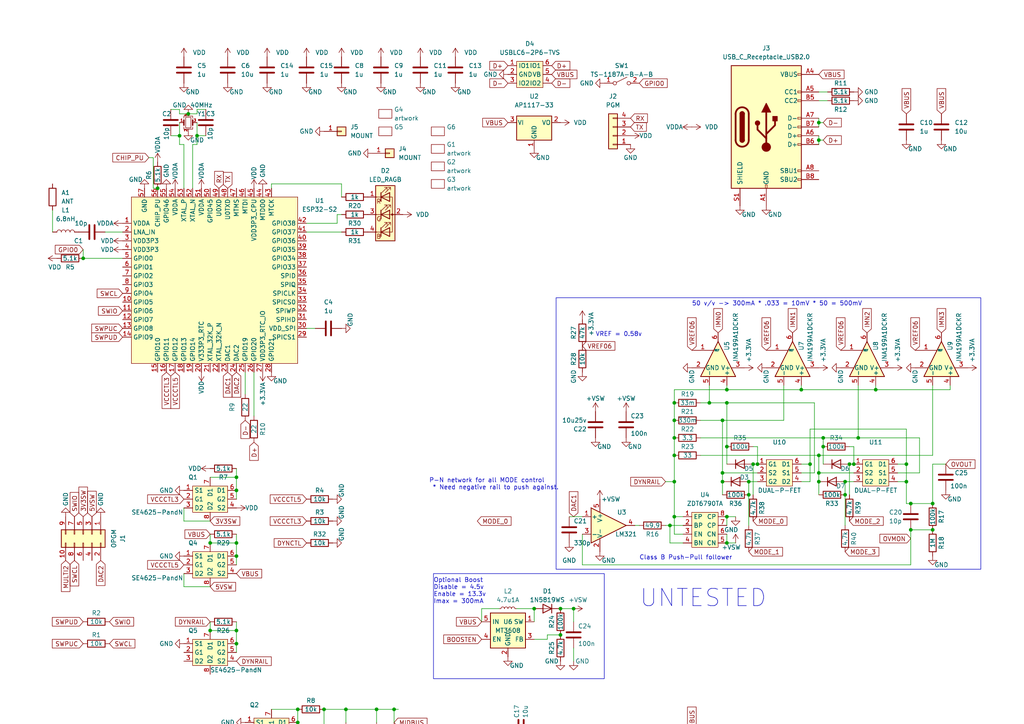
<source format=kicad_sch>
(kicad_sch (version 20230121) (generator eeschema)
  (paper "A4")
  (junction (at 219.71 134.62))
  (junction (at 100.33 205.74))
  (junction (at 45.72 54.61))
  (junction (at 210.82 113.03))
  (junction (at 210.82 157.48))
  (junction (at 248.92 127))
  (junction (at 237.49 35.56))
  (junction (at 245.11 143.51))
  (junction (at 246.38 134.62))
  (junction (at 162.56 184.15))
  (junction (at 68.58 182.88))
  (junction (at 154.94 176.53))
  (junction (at 264.16 153.67))
  (junction (at 68.58 186.69))
  (junction (at 270.51 153.67))
  (junction (at 156.21 219.71))
  (junction (at 195.58 139.7))
  (junction (at 60.96 157.48))
  (junction (at 245.11 139.7))
  (junction (at 86.36 209.55))
  (junction (at 238.76 129.54))
  (junction (at 24.13 74.93))
  (junction (at 237.49 137.16))
  (junction (at 270.51 146.05))
  (junction (at 210.82 116.84))
  (junction (at 52.07 39.37))
  (junction (at 146.05 219.71))
  (junction (at 237.49 132.08))
  (junction (at 237.49 40.64))
  (junction (at 264.16 146.05))
  (junction (at 60.96 182.88))
  (junction (at 218.44 134.62))
  (junction (at 114.3 205.74))
  (junction (at 217.17 139.7))
  (junction (at 237.49 139.7))
  (junction (at 262.89 134.62))
  (junction (at 195.58 121.92))
  (junction (at 86.36 205.74))
  (junction (at 68.58 161.29))
  (junction (at 217.17 143.51))
  (junction (at 209.55 139.7))
  (junction (at 166.37 176.53))
  (junction (at 195.58 132.08))
  (junction (at 93.98 205.74))
  (junction (at 195.58 127))
  (junction (at 195.58 149.86))
  (junction (at 210.82 129.54))
  (junction (at 238.76 127))
  (junction (at 194.31 152.4))
  (junction (at 109.22 205.74))
  (junction (at 205.74 116.84))
  (junction (at 209.55 121.92))
  (junction (at 232.41 113.03))
  (junction (at 54.61 33.02))
  (junction (at 68.58 157.48))
  (junction (at 254 113.03))
  (junction (at 234.95 134.62))
  (junction (at 162.56 176.53))
  (junction (at 210.82 149.86))
  (junction (at 247.65 134.62))
  (junction (at 195.58 116.84))
  (junction (at 262.89 139.7))
  (junction (at 68.58 138.43))
  (junction (at 57.15 39.37))
  (junction (at 68.58 142.24))
  (junction (at 209.55 137.16))
  (wire (pts (xy 57.15 41.91) (xy 57.15 39.37)))
  (wire (pts (xy 209.55 137.16) (xy 209.55 139.7)))
  (wire (pts (xy 227.33 121.92) (xy 227.33 111.76)))
  (wire (pts (xy 144.78 176.53) (xy 139.7 176.53)))
  (wire (pts (xy 193.04 152.4) (xy 194.31 152.4)))
  (wire (pts (xy 195.58 139.7) (xy 195.58 149.86)))
  (wire (pts (xy 237.49 137.16) (xy 247.65 137.16)))
  (wire (pts (xy 73.66 107.95) (xy 73.66 120.65)))
  (wire (pts (xy 78.74 205.74) (xy 86.36 205.74)))
  (wire (pts (xy 60.96 138.43) (xy 68.58 138.43)))
  (wire (pts (xy 55.88 41.91) (xy 57.15 41.91)))
  (wire (pts (xy 195.58 116.84) (xy 195.58 121.92)))
  (wire (pts (xy 205.74 116.84) (xy 205.74 111.76)))
  (wire (pts (xy 71.12 220.98) (xy 71.12 214.63)))
  (wire (pts (xy 210.82 154.94) (xy 210.82 157.48)))
  (wire (pts (xy 165.1 149.86) (xy 168.91 149.86)))
  (wire (pts (xy 264.16 146.05) (xy 262.89 146.05)))
  (wire (pts (xy 86.36 205.74) (xy 86.36 209.55)))
  (wire (pts (xy 146.05 210.82) (xy 146.05 219.71)))
  (wire (pts (xy 245.11 139.7) (xy 245.11 143.51)))
  (wire (pts (xy 237.49 137.16) (xy 237.49 132.08)))
  (wire (pts (xy 237.49 35.56) (xy 238.76 35.56)))
  (wire (pts (xy 210.82 116.84) (xy 236.22 116.84)))
  (wire (pts (xy 88.9 95.25) (xy 91.44 95.25)))
  (wire (pts (xy 210.82 116.84) (xy 210.82 129.54)))
  (wire (pts (xy 234.95 139.7) (xy 234.95 134.62)))
  (wire (pts (xy 52.07 31.75) (xy 49.53 31.75)))
  (wire (pts (xy 166.37 176.53) (xy 166.37 180.34)))
  (wire (pts (xy 57.15 31.75) (xy 59.69 31.75)))
  (wire (pts (xy 234.95 134.62) (xy 232.41 134.62)))
  (wire (pts (xy 154.94 185.42) (xy 158.75 185.42)))
  (wire (pts (xy 195.58 154.94) (xy 195.58 149.86)))
  (wire (pts (xy 71.12 212.09) (xy 66.04 212.09)))
  (wire (pts (xy 68.58 161.29) (xy 68.58 163.83)))
  (wire (pts (xy 264.16 153.67) (xy 270.51 153.67)))
  (wire (pts (xy 254 113.03) (xy 254 111.76)))
  (wire (pts (xy 158.75 184.15) (xy 158.75 185.42)))
  (wire (pts (xy 194.31 152.4) (xy 198.12 152.4)))
  (wire (pts (xy 210.82 157.48) (xy 213.36 157.48)))
  (wire (pts (xy 195.58 127) (xy 195.58 132.08)))
  (wire (pts (xy 254 113.03) (xy 275.59 113.03)))
  (wire (pts (xy 71.12 107.95) (xy 71.12 114.3)))
  (wire (pts (xy 146.05 224.79) (xy 146.05 219.71)))
  (wire (pts (xy 237.49 34.29) (xy 237.49 35.56)))
  (wire (pts (xy 198.12 157.48) (xy 194.31 157.48)))
  (wire (pts (xy 203.2 116.84) (xy 205.74 116.84)))
  (wire (pts (xy 30.48 67.31) (xy 35.56 67.31)))
  (wire (pts (xy 217.17 139.7) (xy 219.71 139.7)))
  (wire (pts (xy 219.71 129.54) (xy 219.71 134.62)))
  (wire (pts (xy 195.58 116.84) (xy 195.58 113.03)))
  (wire (pts (xy 238.76 129.54) (xy 238.76 134.62)))
  (wire (pts (xy 238.76 127) (xy 238.76 129.54)))
  (wire (pts (xy 237.49 40.64) (xy 237.49 41.91)))
  (wire (pts (xy 68.58 135.89) (xy 68.58 138.43)))
  (wire (pts (xy 237.49 35.56) (xy 237.49 36.83)))
  (wire (pts (xy 237.49 132.08) (xy 270.51 132.08)))
  (wire (pts (xy 93.98 214.63) (xy 93.98 205.74)))
  (wire (pts (xy 100.33 205.74) (xy 109.22 205.74)))
  (wire (pts (xy 114.3 205.74) (xy 115.57 205.74)))
  (wire (pts (xy 156.21 220.98) (xy 156.21 219.71)))
  (wire (pts (xy 43.18 45.72) (xy 44.45 45.72)))
  (wire (pts (xy 114.3 217.17) (xy 114.3 218.44)))
  (wire (pts (xy 146.05 229.87) (xy 146.05 232.41)))
  (wire (pts (xy 237.49 40.64) (xy 238.76 40.64)))
  (wire (pts (xy 52.07 39.37) (xy 52.07 35.56)))
  (wire (pts (xy 154.94 219.71) (xy 156.21 219.71)))
  (wire (pts (xy 149.86 176.53) (xy 154.94 176.53)))
  (wire (pts (xy 97.79 62.23) (xy 97.79 64.77)))
  (wire (pts (xy 193.04 139.7) (xy 195.58 139.7)))
  (wire (pts (xy 99.06 67.31) (xy 88.9 67.31)))
  (wire (pts (xy 203.2 132.08) (xy 237.49 132.08)))
  (wire (pts (xy 60.96 170.18) (xy 53.34 170.18)))
  (wire (pts (xy 99.06 53.34) (xy 78.74 53.34)))
  (wire (pts (xy 262.89 124.46) (xy 262.89 134.62)))
  (wire (pts (xy 168.91 163.83) (xy 264.16 163.83)))
  (wire (pts (xy 232.41 113.03) (xy 232.41 111.76)))
  (wire (pts (xy 68.58 154.94) (xy 68.58 157.48)))
  (wire (pts (xy 247.65 129.54) (xy 246.38 129.54)))
  (wire (pts (xy 146.05 219.71) (xy 147.32 219.71)))
  (wire (pts (xy 147.32 210.82) (xy 146.05 210.82)))
  (wire (pts (xy 232.41 113.03) (xy 254 113.03)))
  (wire (pts (xy 114.3 205.74) (xy 114.3 209.55)))
  (wire (pts (xy 97.79 64.77) (xy 88.9 64.77)))
  (wire (pts (xy 262.89 139.7) (xy 262.89 146.05)))
  (wire (pts (xy 210.82 149.86) (xy 213.36 149.86)))
  (wire (pts (xy 52.07 41.91) (xy 52.07 39.37)))
  (wire (pts (xy 68.58 180.34) (xy 68.58 182.88)))
  (wire (pts (xy 237.49 26.67) (xy 240.03 26.67)))
  (wire (pts (xy 234.95 134.62) (xy 234.95 124.46)))
  (wire (pts (xy 194.31 152.4) (xy 194.31 157.48)))
  (wire (pts (xy 78.74 220.98) (xy 71.12 220.98)))
  (wire (pts (xy 237.49 39.37) (xy 237.49 40.64)))
  (wire (pts (xy 238.76 127) (xy 248.92 127)))
  (wire (pts (xy 248.92 127) (xy 248.92 111.76)))
  (wire (pts (xy 44.45 54.61) (xy 45.72 54.61)))
  (wire (pts (xy 60.96 154.94) (xy 60.96 157.48)))
  (wire (pts (xy 68.58 138.43) (xy 68.58 142.24)))
  (wire (pts (xy 264.16 146.05) (xy 270.51 146.05)))
  (wire (pts (xy 44.45 45.72) (xy 44.45 54.61)))
  (wire (pts (xy 49.53 39.37) (xy 52.07 39.37)))
  (wire (pts (xy 109.22 205.74) (xy 114.3 205.74)))
  (wire (pts (xy 57.15 39.37) (xy 57.15 35.56)))
  (wire (pts (xy 205.74 116.84) (xy 210.82 116.84)))
  (wire (pts (xy 260.35 137.16) (xy 266.7 137.16)))
  (wire (pts (xy 60.96 180.34) (xy 60.96 182.88)))
  (wire (pts (xy 270.51 146.05) (xy 270.51 134.62)))
  (wire (pts (xy 264.16 153.67) (xy 264.16 163.83)))
  (wire (pts (xy 168.91 163.83) (xy 168.91 154.94)))
  (wire (pts (xy 219.71 137.16) (xy 209.55 137.16)))
  (wire (pts (xy 93.98 205.74) (xy 100.33 205.74)))
  (wire (pts (xy 24.13 74.93) (xy 35.56 74.93)))
  (wire (pts (xy 210.82 149.86) (xy 210.82 152.4)))
  (wire (pts (xy 68.58 157.48) (xy 68.58 161.29)))
  (wire (pts (xy 55.88 54.61) (xy 55.88 41.91)))
  (wire (pts (xy 236.22 137.16) (xy 232.41 137.16)))
  (wire (pts (xy 86.36 209.55) (xy 86.36 212.09)))
  (wire (pts (xy 217.17 139.7) (xy 217.17 143.51)))
  (wire (pts (xy 60.96 151.13) (xy 53.34 151.13)))
  (wire (pts (xy 57.15 33.02) (xy 57.15 31.75)))
  (wire (pts (xy 154.94 176.53) (xy 154.94 180.34)))
  (wire (pts (xy 100.33 217.17) (xy 100.33 218.44)))
  (wire (pts (xy 209.55 139.7) (xy 209.55 143.51)))
  (wire (pts (xy 209.55 137.16) (xy 209.55 121.92)))
  (wire (pts (xy 54.61 33.02) (xy 57.15 33.02)))
  (wire (pts (xy 60.96 182.88) (xy 68.58 182.88)))
  (wire (pts (xy 139.7 176.53) (xy 139.7 180.34)))
  (wire (pts (xy 109.22 205.74) (xy 109.22 209.55)))
  (wire (pts (xy 57.15 39.37) (xy 59.69 39.37)))
  (wire (pts (xy 210.82 113.03) (xy 232.41 113.03)))
  (wire (pts (xy 156.21 210.82) (xy 156.21 219.71)))
  (wire (pts (xy 270.51 132.08) (xy 270.51 111.76)))
  (wire (pts (xy 195.58 113.03) (xy 210.82 113.03)))
  (wire (pts (xy 266.7 127) (xy 248.92 127)))
  (wire (pts (xy 234.95 124.46) (xy 262.89 124.46)))
  (wire (pts (xy 246.38 134.62) (xy 247.65 134.62)))
  (wire (pts (xy 217.17 152.4) (xy 217.17 143.51)))
  (wire (pts (xy 53.34 41.91) (xy 52.07 41.91)))
  (wire (pts (xy 218.44 129.54) (xy 219.71 129.54)))
  (wire (pts (xy 237.49 29.21) (xy 240.03 29.21)))
  (wire (pts (xy 68.58 182.88) (xy 68.58 186.69)))
  (wire (pts (xy 236.22 116.84) (xy 236.22 137.16)))
  (wire (pts (xy 52.07 33.02) (xy 52.07 31.75)))
  (wire (pts (xy 109.22 217.17) (xy 109.22 218.44)))
  (wire (pts (xy 68.58 186.69) (xy 68.58 189.23)))
  (wire (pts (xy 210.82 113.03) (xy 210.82 111.76)))
  (wire (pts (xy 198.12 154.94) (xy 195.58 154.94)))
  (wire (pts (xy 275.59 113.03) (xy 275.59 111.76)))
  (wire (pts (xy 154.94 210.82) (xy 156.21 210.82)))
  (wire (pts (xy 209.55 121.92) (xy 227.33 121.92)))
  (wire (pts (xy 78.74 220.98) (xy 78.74 218.44)))
  (wire (pts (xy 218.44 134.62) (xy 218.44 143.51)))
  (wire (pts (xy 53.34 170.18) (xy 53.34 166.37)))
  (wire (pts (xy 210.82 129.54) (xy 210.82 134.62)))
  (wire (pts (xy 260.35 139.7) (xy 262.89 139.7)))
  (wire (pts (xy 163.83 219.71) (xy 162.56 219.71)))
  (wire (pts (xy 203.2 121.92) (xy 209.55 121.92)))
  (wire (pts (xy 237.49 137.16) (xy 237.49 139.7)))
  (wire (pts (xy 156.21 232.41) (xy 156.21 231.14)))
  (wire (pts (xy 166.37 187.96) (xy 166.37 191.77)))
  (wire (pts (xy 270.51 134.62) (xy 274.32 134.62)))
  (wire (pts (xy 246.38 134.62) (xy 246.38 143.51)))
  (wire (pts (xy 53.34 54.61) (xy 53.34 41.91)))
  (wire (pts (xy 162.56 184.15) (xy 158.75 184.15)))
  (wire (pts (xy 54.61 33.02) (xy 52.07 33.02)))
  (wire (pts (xy 162.56 176.53) (xy 166.37 176.53)))
  (wire (pts (xy 68.58 142.24) (xy 68.58 144.78)))
  (wire (pts (xy 195.58 121.92) (xy 195.58 127)))
  (wire (pts (xy 195.58 132.08) (xy 195.58 139.7)))
  (wire (pts (xy 144.78 219.71) (xy 146.05 219.71)))
  (wire (pts (xy 203.2 127) (xy 238.76 127)))
  (wire (pts (xy 24.13 72.39) (xy 24.13 74.93)))
  (wire (pts (xy 218.44 134.62) (xy 219.71 134.62)))
  (wire (pts (xy 99.06 57.15) (xy 99.06 53.34)))
  (wire (pts (xy 15.24 60.96) (xy 15.24 67.31)))
  (wire (pts (xy 237.49 139.7) (xy 237.49 143.51)))
  (wire (pts (xy 185.42 152.4) (xy 184.15 152.4)))
  (wire (pts (xy 60.96 157.48) (xy 68.58 157.48)))
  (wire (pts (xy 262.89 139.7) (xy 262.89 134.62)))
  (wire (pts (xy 156.21 219.71) (xy 157.48 219.71)))
  (wire (pts (xy 262.89 134.62) (xy 260.35 134.62)))
  (wire (pts (xy 195.58 149.86) (xy 198.12 149.86)))
  (wire (pts (xy 232.41 139.7) (xy 234.95 139.7)))
  (wire (pts (xy 97.79 62.23) (xy 99.06 62.23)))
  (wire (pts (xy 245.11 139.7) (xy 247.65 139.7)))
  (wire (pts (xy 245.11 143.51) (xy 245.11 152.4)))
  (wire (pts (xy 78.74 53.34) (xy 78.74 54.61)))
  (wire (pts (xy 247.65 129.54) (xy 247.65 134.62)))
  (wire (pts (xy 100.33 205.74) (xy 100.33 209.55)))
  (wire (pts (xy 266.7 137.16) (xy 266.7 127)))
  (wire (pts (xy 53.34 151.13) (xy 53.34 147.32)))
  (rectangle (start 161.29 86.36) (end 284.48 165.1))
  (rectangle (start 125.73 166.37) (end 175.26 196.85))
  (text "Class B Push-Pull follower" (at 185.42 162.56 0) (effects (font (size 1.27 1.27)) (justify left bottom)))
  (text "UNTESTED" (at 185.42 176.53 0) (effects (font (size 5 5)) (justify left bottom)))
  (text "VREF = 0.58v" (at 172.72 97.79 0) (effects (font (size 1.27 1.27)) (justify left bottom)))
  (text "50 v/v -> 300mA * .033 = 10mV * 50 = 500mV" (at 200.66 88.9 0) (effects (font (size 1.27 1.27)) (justify left bottom)))
  (text "P-N network for all MODE control\n * Need negative rail to push against." (at 124.46 142.24 0) (effects (font (size 1.27 1.27)) (justify left bottom)))
  (text "Optional Boost\nDisable = 4.5v\nEnable = 13.3v\nImax = 300mA" (at 125.73 175.26 0) (effects (font (size 1.27 1.27)) (justify left bottom)))
  (global_label "DAC2" (shape input) (at 29.21 162.56 270) (property "Intersheetrefs" "${INTERSHEET_REFS}" (effects hide)))
  (global_label "IMN0" (shape input) (at 208.28 96.52 90) (property "Intersheetrefs" "${INTERSHEET_REFS}" (effects hide)))
  (global_label "D-" (shape input) (at 147.32 24.13 180) (property "Intersheetrefs" "${INTERSHEET_REFS}" (effects hide)))
  (global_label "3V3SW" (shape input) (at 60.96 151.13 0) (property "Intersheetrefs" "${INTERSHEET_REFS}" (effects hide)))
  (global_label "VCCCTL3" (shape input) (at 53.34 144.78 180) (property "Intersheetrefs" "${INTERSHEET_REFS}" (effects hide)))
  (global_label "SWIO" (shape input) (at 35.56 90.17 180) (property "Intersheetrefs" "${INTERSHEET_REFS}" (effects hide)))
  (global_label "VSW" (shape input) (at 163.83 226.06 0) (property "Intersheetrefs" "${INTERSHEET_REFS}" (effects hide)))
  (global_label "VSW" (shape input) (at 190.5 222.25 0) (property "Intersheetrefs" "${INTERSHEET_REFS}" (effects hide)))
  (global_label "MIDBUS" (shape input) (at 200.66 214.63 90) (property "Intersheetrefs" "${INTERSHEET_REFS}" (effects hide)))
  (global_label "VBUS" (shape input) (at 237.49 21.59 0) (property "Intersheetrefs" "${INTERSHEET_REFS}" (effects hide)))
  (global_label "IMN2" (shape input) (at 251.46 96.52 90) (property "Intersheetrefs" "${INTERSHEET_REFS}" (effects hide)))
  (global_label "D-" (shape input) (at 238.76 35.56 0) (property "Intersheetrefs" "${INTERSHEET_REFS}" (effects hide)))
  (global_label "SWCL" (shape input) (at 31.75 186.69 0) (property "Intersheetrefs" "${INTERSHEET_REFS}" (effects hide)))
  (global_label "MODE_1" (shape input) (at 217.17 160.02 0) (property "Intersheetrefs" "${INTERSHEET_REFS}" (effects hide)))
  (global_label "MODE_3" (shape input) (at 245.11 160.02 0) (property "Intersheetrefs" "${INTERSHEET_REFS}" (effects hide)))
  (global_label "VBUS" (shape input) (at 160.02 21.59 0) (property "Intersheetrefs" "${INTERSHEET_REFS}" (effects hide)))
  (global_label "SWIO" (shape input) (at 21.59 149.86 90) (property "Intersheetrefs" "${INTERSHEET_REFS}" (effects hide)))
  (global_label "VCCCTL5" (shape input) (at 50.8 107.95 270) (property "Intersheetrefs" "${INTERSHEET_REFS}" (effects hide)))
  (global_label "DAC1" (shape input) (at 166.37 149.86 90) (property "Intersheetrefs" "${INTERSHEET_REFS}" (effects hide)))
  (global_label "DYNVSW" (shape input) (at 78.74 220.98 0) (property "Intersheetrefs" "${INTERSHEET_REFS}" (effects hide)))
  (global_label "DYNCTL" (shape input) (at 66.04 212.09 180) (property "Intersheetrefs" "${INTERSHEET_REFS}" (effects hide)))
  (global_label "D-" (shape input) (at 160.02 24.13 0) (property "Intersheetrefs" "${INTERSHEET_REFS}" (effects hide)))
  (global_label "VBUS" (shape input) (at 60.96 154.94 180) (property "Intersheetrefs" "${INTERSHEET_REFS}" (effects hide)))
  (global_label "VBUS" (shape input) (at 262.89 33.02 90) (property "Intersheetrefs" "${INTERSHEET_REFS}" (effects hide)))
  (global_label "MULTI2" (shape input) (at 49.53 227.33 180) (property "Intersheetrefs" "${INTERSHEET_REFS}" (effects hide)))
  (global_label "RX" (shape input) (at 182.88 34.29 0) (property "Intersheetrefs" "${INTERSHEET_REFS}" (effects hide)))
  (global_label "VCCCTL3" (shape input) (at 88.9 151.13 180) (property "Intersheetrefs" "${INTERSHEET_REFS}" (effects hide)))
  (global_label "MULTI2" (shape input) (at 19.05 162.56 270) (property "Intersheetrefs" "${INTERSHEET_REFS}" (effects hide)))
  (global_label "SWCL" (shape input) (at 35.56 85.09 180) (property "Intersheetrefs" "${INTERSHEET_REFS}" (effects hide)))
  (global_label "VCCCTL5" (shape input) (at 88.9 144.78 180) (property "Intersheetrefs" "${INTERSHEET_REFS}" (effects hide)))
  (global_label "SWPUD" (shape input) (at 35.56 97.79 180) (property "Intersheetrefs" "${INTERSHEET_REFS}" (effects hide)))
  (global_label "MIDBUS" (shape input) (at 114.3 209.55 0) (property "Intersheetrefs" "${INTERSHEET_REFS}" (effects hide)))
  (global_label "SWCL" (shape input) (at 21.59 162.56 270) (property "Intersheetrefs" "${INTERSHEET_REFS}" (effects hide)))
  (global_label "VBUS" (shape input) (at 273.05 33.02 90) (property "Intersheetrefs" "${INTERSHEET_REFS}" (effects hide)))
  (global_label "SWIO" (shape input) (at 31.75 180.34 0) (property "Intersheetrefs" "${INTERSHEET_REFS}" (effects hide)))
  (global_label "D+" (shape input) (at 160.02 19.05 0) (property "Intersheetrefs" "${INTERSHEET_REFS}" (effects hide)))
  (global_label "SWPUC" (shape input) (at 35.56 95.25 180) (property "Intersheetrefs" "${INTERSHEET_REFS}" (effects hide)))
  (global_label "SWPUD" (shape input) (at 24.13 180.34 180) (property "Intersheetrefs" "${INTERSHEET_REFS}" (effects hide)))
  (global_label "BOOSTEN" (shape input) (at 139.7 185.42 180) (property "Intersheetrefs" "${INTERSHEET_REFS}" (effects hide)))
  (global_label "RX" (shape input) (at 63.5 54.61 90) (property "Intersheetrefs" "${INTERSHEET_REFS}" (effects hide)))
  (global_label "IMN1" (shape input) (at 229.87 96.52 90) (property "Intersheetrefs" "${INTERSHEET_REFS}" (effects hide)))
  (global_label "SWPUC" (shape input) (at 24.13 186.69 180) (property "Intersheetrefs" "${INTERSHEET_REFS}" (effects hide)))
  (global_label "VBUS" (shape input) (at 68.58 166.37 0) (property "Intersheetrefs" "${INTERSHEET_REFS}" (effects hide)))
  (global_label "D-" (shape input) (at 71.12 121.92 270) (property "Intersheetrefs" "${INTERSHEET_REFS}" (effects hide)))
  (global_label "MODE_0" (shape input) (at 138.43 151.13 0) (property "Intersheetrefs" "${INTERSHEET_REFS}" (effects hide)))
  (global_label "VCCCTL3" (shape input) (at 48.26 107.95 270) (property "Intersheetrefs" "${INTERSHEET_REFS}" (effects hide)))
  (global_label "5VSW" (shape input) (at 26.67 149.86 90) (property "Intersheetrefs" "${INTERSHEET_REFS}" (effects hide)))
  (global_label "VCCCTL5" (shape input) (at 53.34 163.83 180) (property "Intersheetrefs" "${INTERSHEET_REFS}" (effects hide)))
  (global_label "DAC1" (shape input) (at 66.04 107.95 270) (property "Intersheetrefs" "${INTERSHEET_REFS}" (effects hide)))
  (global_label "OVMON" (shape input) (at 264.16 156.21 180) (property "Intersheetrefs" "${INTERSHEET_REFS}" (effects hide)))
  (global_label "TX" (shape input) (at 66.04 54.61 90) (property "Intersheetrefs" "${INTERSHEET_REFS}" (effects hide)))
  (global_label "VREF06" (shape input) (at 265.43 101.6 90) (property "Intersheetrefs" "${INTERSHEET_REFS}" (effects hide)))
  (global_label "VBUS" (shape input) (at 147.32 35.56 180) (property "Intersheetrefs" "${INTERSHEET_REFS}" (effects hide)))
  (global_label "DYNRAIL" (shape input) (at 68.58 191.77 0) (property "Intersheetrefs" "${INTERSHEET_REFS}" (effects hide)))
  (global_label "GPIO0" (shape input) (at 185.42 24.13 0) (property "Intersheetrefs" "${INTERSHEET_REFS}" (effects hide)))
  (global_label "TX" (shape input) (at 182.88 36.83 0) (property "Intersheetrefs" "${INTERSHEET_REFS}" (effects hide)))
  (global_label "IMN3" (shape input) (at 273.05 96.52 90) (property "Intersheetrefs" "${INTERSHEET_REFS}" (effects hide)))
  (global_label "DYNRAIL" (shape input) (at 193.04 139.7 180) (property "Intersheetrefs" "${INTERSHEET_REFS}" (effects hide)))
  (global_label "GPIO0" (shape input) (at 24.13 72.39 180) (property "Intersheetrefs" "${INTERSHEET_REFS}" (effects hide)))
  (global_label "DYNRAIL" (shape input) (at 60.96 180.34 180) (property "Intersheetrefs" "${INTERSHEET_REFS}" (effects hide)))
  (global_label "D+" (shape input) (at 147.32 19.05 180) (property "Intersheetrefs" "${INTERSHEET_REFS}" (effects hide)))
  (global_label "5VSW" (shape input) (at 60.96 170.18 0) (property "Intersheetrefs" "${INTERSHEET_REFS}" (effects hide)))
  (global_label "VREF06" (shape input) (at 243.84 101.6 90) (property "Intersheetrefs" "${INTERSHEET_REFS}" (effects hide)))
  (global_label "DYNCTL" (shape input) (at 88.9 157.48 180) (property "Intersheetrefs" "${INTERSHEET_REFS}" (effects hide)))
  (global_label "VREF06" (shape input) (at 168.91 100.33 0) (property "Intersheetrefs" "${INTERSHEET_REFS}" (effects hide)))
  (global_label "VBUS" (shape input) (at 163.83 219.71 0) (property "Intersheetrefs" "${INTERSHEET_REFS}" (effects hide)))
  (global_label "VREF06" (shape input) (at 200.66 101.6 90) (property "Intersheetrefs" "${INTERSHEET_REFS}" (effects hide)))
  (global_label "3V3SW" (shape input) (at 24.13 149.86 90) (property "Intersheetrefs" "${INTERSHEET_REFS}" (effects hide)))
  (global_label "MODE_0" (shape input) (at 218.44 151.13 0) (property "Intersheetrefs" "${INTERSHEET_REFS}" (effects hide)))
  (global_label "D+" (shape input) (at 238.76 40.64 0) (property "Intersheetrefs" "${INTERSHEET_REFS}" (effects hide)))
  (global_label "VREF06" (shape input) (at 222.25 101.6 90) (property "Intersheetrefs" "${INTERSHEET_REFS}" (effects hide)))
  (global_label "MIDMON" (shape input) (at 200.66 222.25 0) (property "Intersheetrefs" "${INTERSHEET_REFS}" (effects hide)))
  (global_label "CHIP_PU" (shape input) (at 43.18 45.72 180) (property "Intersheetrefs" "${INTERSHEET_REFS}" (effects hide)))
  (global_label "OVOUT" (shape input) (at 274.32 134.62 0) (property "Intersheetrefs" "${INTERSHEET_REFS}" (effects hide)))
  (global_label "MODE_2" (shape input) (at 246.38 151.13 0) (property "Intersheetrefs" "${INTERSHEET_REFS}" (effects hide)))
  (global_label "D+" (shape input) (at 73.66 128.27 270) (property "Intersheetrefs" "${INTERSHEET_REFS}" (effects hide)))
  (global_label "VBUS" (shape input) (at 139.7 180.34 180) (property "Intersheetrefs" "${INTERSHEET_REFS}" (effects hide)))
  (global_label "DAC2" (shape input) (at 68.58 107.95 270) (property "Intersheetrefs" "${INTERSHEET_REFS}" (effects hide)))
  (symbol (lib_id "power:GND") (at 147.32 190.5 0) (unit 1)
    (property "Reference" "#PWR023" (effects hide))
    (property "Value" "GND" (at 149.86 193.04 0))
  )
  (symbol (lib_id "Device:C") (at 100.33 213.36 180) (unit 1)
    (property "Reference" "C19" (at 97.79 214.63 0) (effects (justify left)))
    (property "Value" "10u" (at 97.79 212.09 0) (effects (justify left)))
    (property "Footprint" "Capacitor_SMD:C_0603_1608Metric" (effects hide))
    (property "LCSC" "C18800" (effects hide))
  )
  (symbol (lib_id "Device:R") (at 199.39 116.84 270) (unit 1)
    (property "Reference" "R19" (at 199.39 114.3 90))
    (property "Value" "33m" (at 199.39 116.84 90))
    (property "Footprint" "Resistor_SMD:R_1206_3216Metric" (effects hide))
    (property "LCSC" "C705566" (effects hide))
  )
  (symbol (lib_id "Device:D") (at 242.57 134.62 0) (unit 1)
    (property "Reference" "D6" (at 245.11 135.89 0))
    (property "Value" "1N5819WS" (effects hide))
    (property "Footprint" "Diode_SMD:D_SOD-323" (effects hide))
    (property "LCSC" "C191023" (effects hide))
  )
  (symbol (lib_id "power:GND") (at 53.34 24.13 0) (unit 1)
    (property "Reference" "#PWR0126" (effects hide))
    (property "Value" "GND" (at 55.88 26.67 0))
  )
  (symbol (lib_id "power:GND") (at 165.1 157.48 0) (unit 1)
    (property "Reference" "#PWR020" (effects hide))
    (property "Value" "GND" (at 165.1 162.56 0))
  )
  (symbol (lib_id "Device:R") (at 242.57 129.54 270) (unit 1)
    (property "Reference" "R34" (at 242.57 127 90))
    (property "Value" "100k" (at 242.57 129.54 90))
    (property "Footprint" "Resistor_SMD:R_0402_1005Metric" (effects hide))
    (property "LCSC" "C25741" (effects hide))
  )
  (symbol (lib_id "Device:D") (at 241.3 139.7 0) (unit 1)
    (property "Reference" "D7" (at 243.84 140.97 0))
    (property "Value" "1N5819WS" (effects hide))
    (property "Footprint" "Diode_SMD:D_SOD-323" (effects hide))
    (property "LCSC" "C191023" (effects hide))
  )
  (symbol (lib_id "artwork:artwork") (at 111.76 38.1 0) (unit 1)
    (property "Reference" "G5" (at 114.3 36.8299 0) (effects (justify left)))
    (property "Value" "artwork" (effects hide))
    (property "Footprint" "artwork:TentacleLargeFlip-Astronautilus" (effects hide))
  )
  (symbol (lib_id "power:VDD") (at 88.9 16.51 0) (unit 1)
    (property "Reference" "#PWR05" (effects hide))
    (property "Value" "VDD" (at 91.44 15.2399 0) (effects (justify left)))
  )
  (symbol (lib_id "Device:L_Small") (at 147.32 176.53 90) (unit 1)
    (property "Reference" "L2" (at 147.32 171.45 90))
    (property "Value" "4.7u1A" (at 147.32 173.99 90))
    (property "Footprint" "Inductor_SMD:L_1008_2520Metric" (effects hide))
    (property "LCSC" "C98340" (effects hide))
  )
  (symbol (lib_id "Device:L") (at 19.05 67.31 90) (unit 1)
    (property "Reference" "L1" (at 19.05 60.96 90))
    (property "Value" "6.8nH" (at 19.05 63.5 90))
    (property "Footprint" "Inductor_SMD:L_0402_1005Metric" (effects hide))
    (property "LCSC" "C77110" (effects hide))
  )
  (symbol (lib_id "power:GND") (at 100.33 218.44 0) (unit 1)
    (property "Reference" "#PWR014" (effects hide))
    (property "Value" "GND" (at 102.87 220.98 0))
  )
  (symbol (lib_id "Device:R") (at 27.94 186.69 270) (unit 1)
    (property "Reference" "R1" (at 27.94 184.15 90))
    (property "Value" "10k" (at 27.94 186.69 90))
    (property "Footprint" "Resistor_SMD:R_0402_1005Metric" (effects hide))
    (property "LCSC" "C25744" (effects hide))
  )
  (symbol (lib_id "power:VDDA") (at 50.8 54.61 0) (unit 1)
    (property "Reference" "#PWR0114" (effects hide))
    (property "Value" "VDDA" (at 50.8 52.07 90) (effects (justify left)))
  )
  (symbol (lib_id "power:VDD") (at 58.42 107.95 180) (unit 1)
    (property "Reference" "#PWR036" (effects hide))
    (property "Value" "VDD" (at 58.42 114.3 90) (effects (justify right)))
  )
  (symbol (lib_id "power:+VSW") (at 173.99 144.78 0) (unit 1)
    (property "Reference" "#PWR017" (effects hide))
    (property "Value" "+VSW" (at 177.165 144.78 0))
  )
  (symbol (lib_id "power:GND") (at 156.21 232.41 0) (mirror y) (unit 1)
    (property "Reference" "#PWR08" (effects hide))
    (property "Value" "GND" (at 158.75 234.95 0))
  )
  (symbol (lib_id "Device:C") (at 109.22 213.36 180) (unit 1)
    (property "Reference" "C18" (at 106.68 214.63 0) (effects (justify left)))
    (property "Value" "10u" (at 106.68 212.09 0) (effects (justify left)))
    (property "Footprint" "Capacitor_SMD:C_0603_1608Metric" (effects hide))
    (property "LCSC" "C18800" (effects hide))
  )
  (symbol (lib_id "power:GND") (at 53.34 161.29 270) (unit 1)
    (property "Reference" "#PWR029" (effects hide))
    (property "Value" "GND" (at 48.26 161.29 90))
  )
  (symbol (lib_id "power:GND") (at 214.63 59.69 0) (unit 1)
    (property "Reference" "#PWR0120" (effects hide))
    (property "Value" "GND" (at 217.17 62.23 0))
  )
  (symbol (lib_id "power:+3.3VA") (at 280.67 106.68 270) (unit 1)
    (property "Reference" "#PWR042" (effects hide))
    (property "Value" "+3.3VA" (at 281.94 101.6 0))
  )
  (symbol (lib_id "Regulator_Linear:AP1117-33") (at 154.94 35.56 0) (unit 1)
    (property "Reference" "U2" (at 154.94 27.94 0))
    (property "Value" "AP1117-33" (at 154.94 30.48 0))
    (property "Footprint" "Package_TO_SOT_SMD:SOT-223-3_TabPin2" (effects hide))
    (property "Datasheet" "http://www.diodes.com/datasheets/AP1117.pdf" (effects hide))
    (property "LCSC" "C6186" (effects hide))
  )
  (symbol (lib_id "power:GND") (at 53.34 186.69 270) (unit 1)
    (property "Reference" "#PWR043" (effects hide))
    (property "Value" "GND" (at 48.26 186.69 90))
  )
  (symbol (lib_id "Switch:SW_SPST") (at 180.34 24.13 0) (unit 1)
    (property "Reference" "SW1" (at 180.34 19.05 0))
    (property "Value" "TS-1187A-B-A-B" (at 180.34 21.59 0))
    (property "Footprint" "Button_Switch_SMD:SW_SPST_TL3342" (effects hide))
    (property "LCSC" "C318884" (effects hide))
  )
  (symbol (lib_id "Device:C") (at 66.04 20.32 0) (unit 1)
    (property "Reference" "C6" (at 69.85 19.0499 0) (effects (justify left)))
    (property "Value" "10u" (at 69.85 21.5899 0) (effects (justify left)))
    (property "Footprint" "Capacitor_SMD:C_0603_1608Metric" (effects hide))
    (property "LCSC" "C18800" (effects hide))
  )
  (symbol (lib_id "Device:R") (at 15.24 57.15 180) (unit 1)
    (property "Reference" "A1" (at 17.78 55.88 0) (effects (justify right)))
    (property "Value" "ANT" (at 17.78 58.42 0) (effects (justify right)))
    (property "Footprint" "Resistor_SMD:R_1206_3216Metric" (effects hide))
    (property "LCSC" "C127629" (effects hide))
  )
  (symbol (lib_id "Device:R") (at 90.17 205.74 270) (unit 1)
    (property "Reference" "R8" (at 90.17 203.2 90))
    (property "Value" "10k" (at 90.17 205.74 90))
    (property "Footprint" "Resistor_SMD:R_0402_1005Metric" (effects hide))
    (property "LCSC" "C144807" (effects hide))
  )
  (symbol (lib_id "Device:R") (at 64.77 154.94 90) (unit 1)
    (property "Reference" "R29" (at 64.77 157.48 90))
    (property "Value" "5.1k" (at 64.77 154.94 90))
    (property "Footprint" "Resistor_SMD:R_0402_1005Metric" (effects hide))
    (property "LCSC" "C25905" (effects hide))
  )
  (symbol (lib_id "Device:R") (at 200.66 218.44 180) (unit 1)
    (property "Reference" "R13" (at 203.2 218.44 90))
    (property "Value" "100k" (at 200.66 218.44 90))
    (property "Footprint" "Resistor_SMD:R_0402_1005Metric" (effects hide))
    (property "LCSC" "C25741" (effects hide))
  )
  (symbol (lib_id "Device:R") (at 199.39 127 270) (unit 1)
    (property "Reference" "R22" (at 199.39 124.46 90))
    (property "Value" "3.3" (at 199.39 127 90))
    (property "Footprint" "Resistor_SMD:R_1206_3216Metric" (effects hide))
    (property "LCSC" "C140028" (effects hide))
  )
  (symbol (lib_id "Device:L_Small") (at 146.05 227.33 180) (unit 1)
    (property "Reference" "L3" (at 147.32 226.06 0) (effects (justify right)))
    (property "Value" "4.7u1A" (at 147.32 228.6 0) (effects (justify right)))
    (property "Footprint" "Inductor_SMD:L_1008_2520Metric" (effects hide))
    (property "LCSC" "C98340" (effects hide))
  )
  (symbol (lib_id "artwork:artwork") (at 111.76 33.02 0) (unit 1)
    (property "Reference" "G4" (at 114.3 31.7499 0) (effects (justify left)))
    (property "Value" "artwork" (at 114.3 34.2899 0) (effects (justify left)))
    (property "Footprint" "artwork:Tentacle4-Astronautilus" (effects hide))
  )
  (symbol (lib_id "power:GND") (at 154.94 43.18 0) (unit 1)
    (property "Reference" "#PWR0129" (effects hide))
    (property "Value" "GND" (at 157.48 45.72 0))
  )
  (symbol (lib_id "Regulator_Switching:MT3608") (at 147.32 182.88 0) (unit 1)
    (property "Reference" "U6" (at 147.32 180.34 0))
    (property "Value" "MT3608" (at 147.32 182.88 0))
    (property "Footprint" "Package_TO_SOT_SMD:SOT-23-6" (effects hide))
    (property "Datasheet" "https://www.olimex.com/Products/Breadboarding/BB-PWR-3608/resources/MT3608.pdf" (effects hide))
  )
  (symbol (lib_id "power:VDD") (at 121.92 16.51 0) (unit 1)
    (property "Reference" "#PWR0157" (effects hide))
    (property "Value" "VDD" (at 124.46 15.2399 0) (effects (justify left)))
  )
  (symbol (lib_id "Device:R") (at 218.44 147.32 180) (unit 1)
    (property "Reference" "R38" (at 220.98 147.32 90))
    (property "Value" "4.7k" (at 218.44 147.32 90))
    (property "Footprint" "Resistor_SMD:R_0402_1005Metric" (effects hide))
    (property "LCSC" "C25900" (effects hide))
  )
  (symbol (lib_id "Device:R") (at 246.38 147.32 180) (unit 1)
    (property "Reference" "R39" (at 248.92 147.32 90))
    (property "Value" "4.7k" (at 246.38 147.32 90))
    (property "Footprint" "Resistor_SMD:R_0402_1005Metric" (effects hide))
    (property "LCSC" "C25900" (effects hide))
  )
  (symbol (lib_id "power:VDD") (at 99.06 16.51 0) (unit 1)
    (property "Reference" "#PWR0150" (effects hide))
    (property "Value" "VDD" (at 101.6 15.2399 0) (effects (justify left)))
  )
  (symbol (lib_id "Device:R") (at 241.3 143.51 90) (unit 1)
    (property "Reference" "R33" (at 241.3 146.05 90))
    (property "Value" "100k" (at 241.3 143.51 90))
    (property "Footprint" "Resistor_SMD:R_0402_1005Metric" (effects hide))
    (property "LCSC" "C25741" (effects hide))
  )
  (symbol (lib_id "artwork:artwork") (at 127 53.34 0) (unit 1)
    (property "Reference" "G3" (at 129.54 52.0699 0) (effects (justify left)))
    (property "Value" "artwork" (at 129.54 54.6099 0) (effects (justify left)))
    (property "Footprint" "artwork:BoatOnWaterLarge-Astronautilus" (effects hide))
  )
  (symbol (lib_id "power:GND") (at 29.21 149.86 180) (unit 1)
    (property "Reference" "#PWR0104" (effects hide))
    (property "Value" "GND" (at 29.21 144.78 90))
  )
  (symbol (lib_id "Device:C") (at 151.13 219.71 90) (unit 1)
    (property "Reference" "C16" (at 149.86 217.17 0) (effects (justify left)))
    (property "Value" "10u" (at 152.4 217.17 0) (effects (justify left)))
    (property "Footprint" "Capacitor_SMD:C_0603_1608Metric" (effects hide))
    (property "LCSC" "C18800" (effects hide))
  )
  (symbol (lib_id "Device:R") (at 217.17 156.21 180) (unit 1)
    (property "Reference" "R37" (at 219.71 156.21 90))
    (property "Value" "4.7k" (at 217.17 156.21 90))
    (property "Footprint" "Resistor_SMD:R_0402_1005Metric" (effects hide))
    (property "LCSC" "C25900" (effects hide))
  )
  (symbol (lib_id "power:GND") (at 190.5 229.87 0) (mirror y) (unit 1)
    (property "Reference" "#PWR09" (effects hide))
    (property "Value" "GND" (at 193.04 232.41 0))
  )
  (symbol (lib_id "artwork:artwork") (at 127 48.26 0) (unit 1)
    (property "Reference" "G2" (at 129.54 46.9899 0) (effects (justify left)))
    (property "Value" "artwork" (at 129.54 49.5299 0) (effects (justify left)))
    (property "Footprint" "artwork:Tentacle2-Astronautilus" (effects hide))
  )
  (symbol (lib_id "Device:R") (at 102.87 67.31 270) (unit 1)
    (property "Reference" "R31" (at 102.87 69.85 90))
    (property "Value" "1k" (at 102.87 67.31 90))
    (property "Footprint" "Resistor_SMD:R_0402_1005Metric" (effects hide))
    (property "LCSC" "C102748" (effects hide))
  )
  (symbol (lib_id "power:GND") (at 172.72 127 0) (unit 1)
    (property "Reference" "#PWR026" (effects hide))
    (property "Value" "GND" (at 175.26 129.54 0))
  )
  (symbol (lib_id "power:VDD") (at 16.51 74.93 90) (unit 1)
    (property "Reference" "#PWR0106" (effects hide))
    (property "Value" "VDD" (at 13.97 77.47 90) (effects (justify right)))
  )
  (symbol (lib_id "Device:D") (at 214.63 134.62 0) (unit 1)
    (property "Reference" "D5" (at 217.17 135.89 0))
    (property "Value" "1N5819WS" (effects hide))
    (property "Footprint" "Diode_SMD:D_SOD-323" (effects hide))
    (property "LCSC" "C191023" (effects hide))
  )
  (symbol (lib_id "power:VDD") (at 35.56 72.39 90) (unit 1)
    (property "Reference" "#PWR0102" (effects hide))
    (property "Value" "VDD" (at 29.21 72.39 90) (effects (justify right)))
  )
  (symbol (lib_id "power:GND") (at 78.74 107.95 0) (unit 1)
    (property "Reference" "#PWR0160" (effects hide))
    (property "Value" "GND" (at 81.28 110.49 0))
  )
  (symbol (lib_id "power:GND") (at 76.2 54.61 180) (unit 1)
    (property "Reference" "#PWR0110" (effects hide))
    (property "Value" "GND" (at 76.2 49.53 90))
  )
  (symbol (lib_id "power:GND") (at 53.34 142.24 270) (unit 1)
    (property "Reference" "#PWR0135" (effects hide))
    (property "Value" "GND" (at 48.26 142.24 90))
  )
  (symbol (lib_id "Device:R") (at 64.77 135.89 90) (unit 1)
    (property "Reference" "R7" (at 64.77 138.43 90))
    (property "Value" "5.1k" (at 64.77 135.89 90))
    (property "Footprint" "Resistor_SMD:R_0402_1005Metric" (effects hide))
    (property "LCSC" "C25905" (effects hide))
  )
  (symbol (lib_id "Device:C") (at 274.32 138.43 0) (unit 1)
    (property "Reference" "C25" (at 276.86 137.16 0) (effects (justify left)))
    (property "Value" "100n" (at 275.59 140.97 0) (effects (justify left)))
    (property "Footprint" "Capacitor_SMD:C_0402_1005Metric" (effects hide))
    (property "LCSC" "C307331" (effects hide))
  )
  (symbol (lib_id "power:GND") (at 270.51 161.29 0) (unit 1)
    (property "Reference" "#PWR019" (effects hide))
    (property "Value" "GND" (at 273.05 163.83 0))
  )
  (symbol (lib_id "power:GND") (at 166.37 191.77 0) (unit 1)
    (property "Reference" "#PWR027" (effects hide))
    (property "Value" "GND" (at 168.91 191.77 0))
  )
  (symbol (lib_id "Device:C") (at 114.3 213.36 0) (unit 1)
    (property "Reference" "C7" (at 116.84 212.09 0) (effects (justify left)))
    (property "Value" "10u" (at 116.84 214.63 0) (effects (justify left)))
    (property "Footprint" "Capacitor_SMD:C_0603_1608Metric" (effects hide))
    (property "LCSC" "C18800" (effects hide))
  )
  (symbol (lib_id "power:GND") (at 182.88 41.91 0) (unit 1)
    (property "Reference" "#PWR0128" (effects hide))
    (property "Value" "GND" (at 182.88 45.72 0))
  )
  (symbol (lib_id "power:VDD") (at 182.88 39.37 270) (unit 1)
    (property "Reference" "#PWR0107" (effects hide))
    (property "Value" "VDD" (at 189.23 39.37 90) (effects (justify right)))
  )
  (symbol (lib_id "Device:C") (at 165.1 153.67 0) (unit 1)
    (property "Reference" "C21" (at 166.37 151.13 0) (effects (justify left)))
    (property "Value" "330p" (at 166.37 157.48 0) (effects (justify left)))
    (property "Footprint" "Capacitor_SMD:C_0402_1005Metric" (effects hide))
    (property "LCSC" "C13533" (effects hide))
  )
  (symbol (lib_id "power:GND") (at 110.49 24.13 0) (unit 1)
    (property "Reference" "#PWR0148" (effects hide))
    (property "Value" "GND" (at 113.03 26.67 0))
  )
  (symbol (lib_id "cnhardware:ZDT6790-COMPLEMENTARY-BJT") (at 204.47 153.67 0) (unit 1)
    (property "Reference" "U4" (at 204.47 143.51 0))
    (property "Value" "ZDT6790TA" (at 204.47 146.05 0))
    (property "Footprint" "Package_TO_SOT_SMD:SOT-223-8" (effects hide))
    (property "LCSC" "C460114" (effects hide))
  )
  (symbol (lib_id "power:GND") (at 121.92 24.13 0) (unit 1)
    (property "Reference" "#PWR0156" (effects hide))
    (property "Value" "GND" (at 124.46 26.67 0))
  )
  (symbol (lib_id "power:GND") (at 274.32 142.24 0) (unit 1)
    (property "Reference" "#PWR030" (effects hide))
    (property "Value" "GND" (at 276.86 144.78 0))
  )
  (symbol (lib_id "Device:C") (at 181.61 123.19 0) (unit 1)
    (property "Reference" "C23" (at 182.88 120.65 0) (effects (justify left)))
    (property "Value" "100n" (at 182.88 125.73 0) (effects (justify left)))
    (property "Footprint" "Capacitor_SMD:C_0402_1005Metric" (effects hide))
    (property "LCSC" "C307331" (effects hide))
  )
  (symbol (lib_id "Device:C") (at 121.92 20.32 0) (unit 1)
    (property "Reference" "C11" (at 125.73 19.0499 0) (effects (justify left)))
    (property "Value" "1u" (at 125.73 21.5899 0) (effects (justify left)))
    (property "Footprint" "Capacitor_SMD:C_0402_1005Metric" (effects hide))
    (property "LCSC" "C106254" (effects hide))
  )
  (symbol (lib_id "power:GND") (at 19.05 149.86 180) (unit 1)
    (property "Reference" "#PWR0105" (effects hide))
    (property "Value" "GND" (at 19.05 144.78 90))
  )
  (symbol (lib_id "power:GND") (at 107.95 44.45 270) (unit 1)
    (property "Reference" "#PWR0158" (effects hide))
    (property "Value" "GND" (at 102.87 44.45 90))
  )
  (symbol (lib_id "power:GND") (at 262.89 40.64 0) (unit 1)
    (property "Reference" "#PWR0152" (effects hide))
    (property "Value" "GND" (at 265.43 43.18 0))
  )
  (symbol (lib_id "Device:R") (at 73.66 124.46 0) (unit 1)
    (property "Reference" "R10" (at 76.2 124.46 90))
    (property "Value" "22" (at 73.66 124.46 90))
    (property "Footprint" "Resistor_SMD:R_0402_1005Metric" (effects hide))
    (property "LCSC" "C25092" (effects hide))
  )
  (symbol (lib_id "Device:C") (at 77.47 20.32 0) (unit 1)
    (property "Reference" "C14" (at 81.28 19.0499 0) (effects (justify left)))
    (property "Value" "1u" (at 81.28 21.5899 0) (effects (justify left)))
    (property "Footprint" "Capacitor_SMD:C_0402_1005Metric" (effects hide))
    (property "LCSC" "C106254" (effects hide))
  )
  (symbol (lib_id "power:GND") (at 96.52 144.78 90) (unit 1)
    (property "Reference" "#PWR0109" (effects hide))
    (property "Value" "GND" (at 99.06 142.24 0))
  )
  (symbol (lib_id "power:GND") (at 247.65 29.21 90) (unit 1)
    (property "Reference" "#PWR0153" (effects hide))
    (property "Value" "GND" (at 252.73 29.21 90))
  )
  (symbol (lib_id "power:GND") (at 54.61 33.02 180) (unit 1)
    (property "Reference" "#PWR0117" (effects hide))
    (property "Value" "GND" (at 52.07 30.48 0))
  )
  (symbol (lib_id "power:VDD") (at 110.49 16.51 0) (unit 1)
    (property "Reference" "#PWR0155" (effects hide))
    (property "Value" "VDD" (at 113.03 15.2399 0) (effects (justify left)))
  )
  (symbol (lib_id "Connector_Generic:Conn_02x05_Odd_Even") (at 24.13 154.94 270) (unit 1)
    (property "Reference" "J1" (at 35.56 156.21 0))
    (property "Value" "OPGM" (at 33.02 156.21 0))
    (property "Footprint" "Connector_PinHeader_2.54mm:PinHeader_2x05_P2.54mm_Horizontal" (effects hide))
    (property "LCSC" "C239336" (effects hide))
  )
  (symbol (lib_id "power:GND") (at 66.04 24.13 0) (unit 1)
    (property "Reference" "#PWR0124" (effects hide))
    (property "Value" "GND" (at 68.58 26.67 0))
  )
  (symbol (lib_id "Device:R") (at 168.91 104.14 180) (unit 1)
    (property "Reference" "R28" (at 166.37 104.14 90))
    (property "Value" "10k" (at 168.91 104.14 90))
    (property "Footprint" "Resistor_SMD:R_0402_1005Metric" (effects hide))
    (property "LCSC" "C25744" (effects hide))
  )
  (symbol (lib_id "Device:R") (at 270.51 157.48 180) (unit 1)
    (property "Reference" "R18" (at 273.05 157.48 90))
    (property "Value" "1M" (at 270.51 157.48 90))
    (property "Footprint" "Resistor_SMD:R_0402_1005Metric" (effects hide))
    (property "LCSC" "C26083" (effects hide))
  )
  (symbol (lib_id "Device:C") (at 172.72 123.19 180) (unit 1)
    (property "Reference" "C22" (at 170.18 124.46 0) (effects (justify left)))
    (property "Value" "10u25v" (at 170.18 121.92 0) (effects (justify left)))
    (property "Footprint" "Capacitor_SMD:C_0603_1608Metric" (effects hide))
    (property "LCSC" "C96446" (effects hide))
  )
  (symbol (lib_id "artwork:artwork") (at 127 43.18 0) (unit 1)
    (property "Reference" "G1" (at 129.54 41.9099 0) (effects (justify left)))
    (property "Value" "artwork" (at 129.54 44.4499 0) (effects (justify left)))
    (property "Footprint" "artwork:Tentacle1-Astronautilus" (effects hide))
  )
  (symbol (lib_id "power:+3.3VA") (at 215.9 106.68 270) (unit 1)
    (property "Reference" "#PWR021" (effects hide))
    (property "Value" "+3.3VA" (at 217.17 101.6 0))
  )
  (symbol (lib_id "Device:C") (at 273.05 36.83 0) (unit 1)
    (property "Reference" "C12" (at 276.86 35.5599 0) (effects (justify left)))
    (property "Value" "10u" (at 276.86 38.0999 0) (effects (justify left)))
    (property "Footprint" "Capacitor_SMD:C_0603_1608Metric" (effects hide))
    (property "LCSC" "C18800" (effects hide))
  )
  (symbol (lib_id "esp32s2:ESP32-S2") (at 62.23 81.28 0) (unit 1)
    (property "Reference" "U1" (at 92.71 58.1912 0))
    (property "Value" "ESP32-S2" (at 92.71 60.7312 0))
    (property "Footprint" "cnhardware:ESP32S2" (effects hide))
    (property "LCSC" "C2840995" (effects hide))
  )
  (symbol (lib_id "power:GND") (at 200.66 229.87 0) (unit 1)
    (property "Reference" "#PWR011" (effects hide))
    (property "Value" "GND" (at 203.2 232.41 0))
  )
  (symbol (lib_id "Device:R") (at 199.39 132.08 270) (unit 1)
    (property "Reference" "R23" (at 199.39 129.54 90))
    (property "Value" "33" (at 199.39 132.08 90))
    (property "Footprint" "Resistor_SMD:R_1206_3216Metric" (effects hide))
    (property "LCSC" "C137308" (effects hide))
  )
  (symbol (lib_id "artwork:artwork") (at 127 38.1 0) (unit 1)
    (property "Reference" "G6" (at 129.54 36.8299 0) (effects (justify left)))
    (property "Value" "artwork" (effects hide))
    (property "Footprint" "artwork:TentacleLarge-Astronautilus" (effects hide))
  )
  (symbol (lib_id "power:GND") (at 265.43 106.68 270) (unit 1)
    (property "Reference" "#PWR041" (effects hide))
    (property "Value" "GND" (at 265.43 109.22 0))
  )
  (symbol (lib_id "Device:R") (at 200.66 226.06 180) (unit 1)
    (property "Reference" "R14" (at 203.2 226.06 90))
    (property "Value" "10k" (at 200.66 226.06 90))
    (property "Footprint" "Resistor_SMD:R_0402_1005Metric" (effects hide))
    (property "LCSC" "C25744" (effects hide))
  )
  (symbol (lib_id "power:GND") (at 247.65 26.67 90) (unit 1)
    (property "Reference" "#PWR0154" (effects hide))
    (property "Value" "GND" (at 252.73 26.67 90))
  )
  (symbol (lib_id "Device:R") (at 199.39 121.92 270) (unit 1)
    (property "Reference" "R21" (at 199.39 119.38 90))
    (property "Value" "330m" (at 199.39 121.92 90))
    (property "Footprint" "Resistor_SMD:R_1206_3216Metric" (effects hide))
    (property "LCSC" "C341598" (effects hide))
  )
  (symbol (lib_id "power:GND") (at 273.05 40.64 0) (unit 1)
    (property "Reference" "#PWR0151" (effects hide))
    (property "Value" "GND" (at 275.59 43.18 0))
  )
  (symbol (lib_id "power:GND") (at 162.56 191.77 0) (unit 1)
    (property "Reference" "#PWR028" (effects hide))
    (property "Value" "GND" (at 160.02 191.77 0))
  )
  (symbol (lib_id "Amplifier_Current:INA199xxDCK") (at 273.05 104.14 270) (mirror x) (unit 1)
    (property "Reference" "U9" (at 275.59 100.33 0))
    (property "Value" "INA199A1DCKR" (at 278.13 97.79 0))
    (property "Footprint" "Package_TO_SOT_SMD:SOT-363_SC-70-6" (effects hide))
    (property "Datasheet" "http://www.ti.com/lit/ds/symlink/ina199.pdf" (effects hide))
    (property "LCSC" "C59135" (effects hide))
  )
  (symbol (lib_id "power:GND") (at 132.08 24.13 0) (unit 1)
    (property "Reference" "#PWR02" (effects hide))
    (property "Value" "GND" (at 134.62 26.67 0))
  )
  (symbol (lib_id "Device:R") (at 213.36 143.51 90) (unit 1)
    (property "Reference" "R36" (at 213.36 146.05 90))
    (property "Value" "100k" (at 213.36 143.51 90))
    (property "Footprint" "Resistor_SMD:R_0402_1005Metric" (effects hide))
    (property "LCSC" "C25741" (effects hide))
  )
  (symbol (lib_id "Device:R") (at 20.32 74.93 90) (unit 1)
    (property "Reference" "R5" (at 20.32 77.47 90))
    (property "Value" "5.1k" (at 20.32 74.93 90))
    (property "Footprint" "Resistor_SMD:R_0402_1005Metric" (effects hide))
    (property "LCSC" "C25905" (effects hide))
  )
  (symbol (lib_id "power:GND") (at 54.61 38.1 0) (unit 1)
    (property "Reference" "#PWR0118" (effects hide))
    (property "Value" "GND" (at 57.15 40.64 0))
  )
  (symbol (lib_id "power:GND") (at 109.22 218.44 0) (unit 1)
    (property "Reference" "#PWR013" (effects hide))
    (property "Value" "GND" (at 111.76 220.98 0))
  )
  (symbol (lib_id "SE4625-PandN:SE4625-PandN") (at 60.96 144.78 0) (unit 1)
    (property "Reference" "Q1" (at 54.61 138.43 0) (effects (justify left)))
    (property "Value" "SE4625-PandN" (at 38.1 148.59 0) (effects (justify left)))
    (property "Footprint" "cnhardware:DFN-6-2x2-SplitPad" (effects hide))
    (property "LCSC" "C730094" (effects hide))
  )
  (symbol (lib_id "Device:R") (at 45.72 50.8 180) (unit 1)
    (property "Reference" "R6" (at 43.18 50.8 90))
    (property "Value" "5.1k" (at 45.72 50.8 90))
    (property "Footprint" "Resistor_SMD:R_0402_1005Metric" (effects hide))
    (property "LCSC" "C25905" (effects hide))
  )
  (symbol (lib_id "Device:R") (at 214.63 129.54 270) (unit 1)
    (property "Reference" "R35" (at 214.63 127 90))
    (property "Value" "100k" (at 214.63 129.54 90))
    (property "Footprint" "Resistor_SMD:R_0402_1005Metric" (effects hide))
    (property "LCSC" "C25741" (effects hide))
  )
  (symbol (lib_id "Amplifier_Current:INA199xxDCK") (at 251.46 104.14 270) (mirror x) (unit 1)
    (property "Reference" "U8" (at 254 100.33 0))
    (property "Value" "INA199A1DCKR" (at 256.54 97.79 0))
    (property "Footprint" "Package_TO_SOT_SMD:SOT-363_SC-70-6" (effects hide))
    (property "Datasheet" "http://www.ti.com/lit/ds/symlink/ina199.pdf" (effects hide))
    (property "LCSC" "C59135" (effects hide))
  )
  (symbol (lib_id "power:GND") (at 99.06 24.13 0) (unit 1)
    (property "Reference" "#PWR0149" (effects hide))
    (property "Value" "GND" (at 101.6 26.67 0))
  )
  (symbol (lib_id "Device:D") (at 158.75 176.53 180) (unit 1)
    (property "Reference" "D1" (at 158.75 171.45 0))
    (property "Value" "1N5819WS" (at 158.75 173.99 0))
    (property "Footprint" "Diode_SMD:D_SOD-323" (effects hide))
    (property "LCSC" "C191023" (effects hide))
  )
  (symbol (lib_id "power:VDD") (at 68.58 147.32 270) (unit 1)
    (property "Reference" "#PWR0136" (effects hide))
    (property "Value" "VDD" (at 74.93 147.32 90) (effects (justify right)))
  )
  (symbol (lib_id "Device:R") (at 189.23 152.4 90) (unit 1)
    (property "Reference" "R16" (at 189.23 154.94 90))
    (property "Value" "49.9" (at 189.23 152.4 90))
    (property "Footprint" "Resistor_SMD:R_0402_1005Metric" (effects hide))
    (property "LCSC" "C25120" (effects hide))
  )
  (symbol (lib_id "power:GND") (at 175.26 24.13 270) (unit 1)
    (property "Reference" "#PWR0116" (effects hide))
    (property "Value" "GND" (at 170.18 24.13 90))
  )
  (symbol (lib_id "power:VDD") (at 200.66 36.83 270) (unit 1)
    (property "Reference" "#PWR0144" (effects hide))
    (property "Value" "VDD" (at 204.47 36.8299 90) (effects (justify left)))
  )
  (symbol (lib_id "Device:C") (at 49.53 35.56 0) (unit 1)
    (property "Reference" "C2" (at 46.99 33.02 0) (effects (justify left)))
    (property "Value" "10p" (at 48.26 40.64 90) (effects (justify left)))
    (property "Footprint" "Capacitor_SMD:C_0402_1005Metric" (effects hide))
    (property "LCSC" "C106199" (effects hide))
  )
  (symbol (lib_id "power:+VSW") (at 181.61 119.38 0) (unit 1)
    (property "Reference" "#PWR034" (effects hide))
    (property "Value" "+VSW" (at 181.61 115.57 0))
  )
  (symbol (lib_id "Amplifier_Operational:LM321") (at 176.53 152.4 0) (unit 1)
    (property "Reference" "U3" (at 180.34 148.59 0))
    (property "Value" "LM321" (at 181.61 154.94 0))
    (property "Footprint" "Package_TO_SOT_SMD:SOT-23-5" (effects hide))
    (property "Datasheet" "http://www.ti.com/lit/ds/symlink/lm321.pdf" (effects hide))
    (property "LCSC" "C5252901" (effects hide))
  )
  (symbol (lib_id "power:VDD") (at 132.08 16.51 0) (unit 1)
    (property "Reference" "#PWR01" (effects hide))
    (property "Value" "VDD" (at 134.62 15.2399 0) (effects (justify left)))
  )
  (symbol (lib_id "power:GND") (at 146.05 232.41 0) (unit 1)
    (property "Reference" "#PWR012" (effects hide))
    (property "Value" "GND" (at 148.59 234.95 0))
  )
  (symbol (lib_id "Device:R") (at 92.71 151.13 270) (unit 1)
    (property "Reference" "R3" (at 92.71 148.59 90))
    (property "Value" "10k" (at 92.71 151.13 90))
    (property "Footprint" "Resistor_SMD:R_0402_1005Metric" (effects hide))
    (property "LCSC" "C25744" (effects hide))
  )
  (symbol (lib_id "power:VDD") (at 162.56 35.56 270) (unit 1)
    (property "Reference" "#PWR0130" (effects hide))
    (property "Value" "VDD" (at 166.37 35.5599 90) (effects (justify left)))
  )
  (symbol (lib_id "power:GND") (at 213.36 149.86 0) (unit 1)
    (property "Reference" "#PWR018" (effects hide))
    (property "Value" "GND" (at 212.09 153.67 0))
  )
  (symbol (lib_id "Device:R") (at 190.5 226.06 180) (unit 1)
    (property "Reference" "R15" (at 193.04 226.06 90))
    (property "Value" "10k" (at 190.5 226.06 90))
    (property "Footprint" "Resistor_SMD:R_0402_1005Metric" (effects hide))
    (property "LCSC" "C25744" (effects hide))
  )
  (symbol (lib_id "power:GND") (at 147.32 21.59 270) (unit 1)
    (property "Reference" "#PWR0122" (effects hide))
    (property "Value" "GND" (at 142.24 21.59 90))
  )
  (symbol (lib_id "power:GND") (at 48.26 54.61 180) (unit 1)
    (property "Reference" "#PWR0115" (effects hide))
    (property "Value" "GND" (at 48.26 49.53 90))
  )
  (symbol (lib_id "SE4625-PandN:SE4625-PandN") (at 60.96 163.83 0) (unit 1)
    (property "Reference" "Q4" (at 54.61 157.48 0) (effects (justify left)))
    (property "Value" "SE4625-PandN" (at 38.1 167.64 0) (effects (justify left)))
    (property "Footprint" "cnhardware:DFN-6-2x2-SplitPad" (effects hide))
    (property "LCSC" "C730094" (effects hide))
  )
  (symbol (lib_id "Device:R") (at 102.87 57.15 270) (unit 1)
    (property "Reference" "R20" (at 102.87 59.69 90))
    (property "Value" "1k" (at 102.87 57.15 90))
    (property "Footprint" "Resistor_SMD:R_0402_1005Metric" (effects hide))
    (property "LCSC" "C102748" (effects hide))
  )
  (symbol (lib_id "power:VDDA") (at 35.56 64.77 90) (unit 1)
    (property "Reference" "#PWR0101" (effects hide))
    (property "Value" "VDDA" (at 33.02 64.77 90) (effects (justify left)))
  )
  (symbol (lib_id "Device:R") (at 162.56 187.96 180) (unit 1)
    (property "Reference" "R25" (at 160.02 187.96 90))
    (property "Value" "4.7k" (at 162.56 187.96 90))
    (property "Footprint" "Resistor_SMD:R_0402_1005Metric" (effects hide))
    (property "LCSC" "C25900" (effects hide))
  )
  (symbol (lib_id "power:GND") (at 96.52 157.48 90) (unit 1)
    (property "Reference" "#PWR044" (effects hide))
    (property "Value" "GND" (at 99.06 154.94 0))
  )
  (symbol (lib_id "power:GND") (at 93.98 38.1 270) (unit 1)
    (property "Reference" "#PWR0159" (effects hide))
    (property "Value" "GND" (at 88.9 38.1 90))
  )
  (symbol (lib_id "Device:C") (at 151.13 210.82 90) (unit 1)
    (property "Reference" "C17" (at 149.86 208.28 0) (effects (justify left)))
    (property "Value" "10u" (at 152.4 208.28 0) (effects (justify left)))
    (property "Footprint" "Capacitor_SMD:C_0603_1608Metric" (effects hide))
    (property "LCSC" "C18800" (effects hide))
  )
  (symbol (lib_id "Device:R") (at 92.71 157.48 270) (unit 1)
    (property "Reference" "R32" (at 92.71 154.94 90))
    (property "Value" "10k" (at 92.71 157.48 90))
    (property "Footprint" "Resistor_SMD:R_0402_1005Metric" (effects hide))
    (property "LCSC" "C25744" (effects hide))
  )
  (symbol (lib_id "Device:C") (at 95.25 95.25 90) (unit 1)
    (property "Reference" "C4" (at 95.25 87.63 90))
    (property "Value" "1u" (at 95.25 90.17 90))
    (property "Footprint" "Capacitor_SMD:C_0402_1005Metric" (effects hide))
    (property "LCSC" "C106254" (effects hide))
  )
  (symbol (lib_id "Device:R") (at 162.56 180.34 180) (unit 1)
    (property "Reference" "R24" (at 160.02 180.34 90))
    (property "Value" "100k" (at 162.56 180.34 90))
    (property "Footprint" "Resistor_SMD:R_0402_1005Metric" (effects hide))
    (property "LCSC" "C25741" (effects hide))
  )
  (symbol (lib_id "power:GND") (at 181.61 127 0) (unit 1)
    (property "Reference" "#PWR022" (effects hide))
    (property "Value" "GND" (at 184.15 129.54 0))
  )
  (symbol (lib_id "power:GND") (at 114.3 218.44 0) (unit 1)
    (property "Reference" "#PWR010" (effects hide))
    (property "Value" "GND" (at 116.84 220.98 0))
  )
  (symbol (lib_id "power:GND") (at 41.91 54.61 180) (unit 1)
    (property "Reference" "#PWR0112" (effects hide))
    (property "Value" "GND" (at 39.37 52.07 0))
  )
  (symbol (lib_id "power:+3.3VA") (at 168.91 92.71 0) (unit 1)
    (property "Reference" "#PWR032" (effects hide))
    (property "Value" "+3.3VA" (at 171.45 93.98 90))
  )
  (symbol (lib_id "Device:C") (at 26.67 67.31 90) (unit 1)
    (property "Reference" "C1" (at 24.13 69.85 90) (effects (justify left)))
    (property "Value" "10p" (at 25.4 64.77 90) (effects (justify left)))
    (property "Footprint" "Capacitor_SMD:C_0402_1005Metric" (effects hide))
    (property "LCSC" "C106199" (effects hide))
  )
  (symbol (lib_id "power:GND") (at 96.52 151.13 90) (unit 1)
    (property "Reference" "#PWR0108" (effects hide))
    (property "Value" "GND" (at 99.06 148.59 0))
  )
  (symbol (lib_id "power:VDDA") (at 58.42 54.61 0) (unit 1)
    (property "Reference" "#PWR0111" (effects hide))
    (property "Value" "VDDA" (at 58.42 52.07 90) (effects (justify left)))
  )
  (symbol (lib_id "power:VDD") (at 60.96 135.89 90) (unit 1)
    (property "Reference" "#PWR0137" (effects hide))
    (property "Value" "VDD" (at 54.61 135.89 90) (effects (justify right)))
  )
  (symbol (lib_id "Device:C") (at 88.9 20.32 0) (unit 1)
    (property "Reference" "C15" (at 92.71 19.0499 0) (effects (justify left)))
    (property "Value" "1u" (at 92.71 21.5899 0) (effects (justify left)))
    (property "Footprint" "Capacitor_SMD:C_0402_1005Metric" (effects hide))
    (property "LCSC" "C106254" (effects hide))
  )
  (symbol (lib_id "Device:C") (at 110.49 20.32 0) (unit 1)
    (property "Reference" "C9" (at 114.3 19.0499 0) (effects (justify left)))
    (property "Value" "1u" (at 114.3 21.5899 0) (effects (justify left)))
    (property "Footprint" "Capacitor_SMD:C_0402_1005Metric" (effects hide))
    (property "LCSC" "C106254" (effects hide))
  )
  (symbol (lib_id "power:GND") (at 173.99 160.02 0) (unit 1)
    (property "Reference" "#PWR015" (effects hide))
    (property "Value" "GND" (at 176.53 162.56 0))
  )
  (symbol (lib_id "Connector_Generic:Conn_01x01") (at 113.03 44.45 0) (unit 1)
    (property "Reference" "J4" (at 115.57 43.1799 0) (effects (justify left)))
    (property "Value" "MOUNT" (at 115.57 45.7199 0) (effects (justify left)))
    (property "Footprint" "MountingHole:MountingHole_2.2mm_M2_DIN965_Pad" (effects hide))
  )
  (symbol (lib_id "power:+VSW") (at 166.37 176.53 270) (unit 1)
    (property "Reference" "#PWR024" (effects hide))
    (property "Value" "+VSW" (at 167.64 173.99 90))
  )
  (symbol (lib_id "cnhardware:AP2625GY-VB-DUAL-P-FET") (at 226.06 137.16 0) (unit 1)
    (property "Reference" "U10" (at 226.06 128.27 0))
    (property "Value" "DUAL-P-FET" (at 226.06 142.24 0))
    (property "Footprint" "Package_TO_SOT_SMD:SOT-23-6" (effects hide))
    (property "LCSC" "C19190005" (effects hide))
    (property "OLD_LCSC" "C558078" (effects hide))
  )
  (symbol (lib_id "Device:C") (at 53.34 20.32 0) (unit 1)
    (property "Reference" "C5" (at 57.15 19.0499 0) (effects (justify left)))
    (property "Value" "1u" (at 57.15 21.5899 0) (effects (justify left)))
    (property "Footprint" "Capacitor_SMD:C_0402_1005Metric" (effects hide))
    (property "LCSC" "C106254" (effects hide))
  )
  (symbol (lib_id "power:GND") (at 243.84 106.68 270) (unit 1)
    (property "Reference" "#PWR039" (effects hide))
    (property "Value" "GND" (at 243.84 109.22 0))
  )
  (symbol (lib_id "power:+VSW") (at 172.72 119.38 0) (unit 1)
    (property "Reference" "#PWR025" (effects hide))
    (property "Value" "+VSW" (at 172.72 115.57 0))
  )
  (symbol (lib_id "Device:D") (at 213.36 139.7 0) (unit 1)
    (property "Reference" "D3" (at 215.9 138.43 0))
    (property "Value" "1N5819WS" (effects hide))
    (property "Footprint" "Diode_SMD:D_SOD-323" (effects hide))
    (property "LCSC" "C191023" (effects hide))
  )
  (symbol (lib_id "Device:Crystal_GND24_Small") (at 54.61 35.56 0) (unit 1)
    (property "Reference" "Y1" (at 58.42 33.02 0))
    (property "Value" "40MHz" (at 58.42 30.48 0))
    (property "Footprint" "Crystal:Crystal_SMD_2016-4Pin_2.0x1.6mm" (effects hide))
    (property "LCSC" "C648970" (effects hide))
  )
  (symbol (lib_id "Device:C") (at 59.69 35.56 0) (unit 1)
    (property "Reference" "C3" (at 59.69 33.02 0) (effects (justify left)))
    (property "Value" "10p" (at 60.96 40.64 90) (effects (justify left)))
    (property "Footprint" "Capacitor_SMD:C_0402_1005Metric" (effects hide))
    (property "LCSC" "C106199" (effects hide))
  )
  (symbol (lib_id "Device:R") (at 270.51 149.86 180) (unit 1)
    (property "Reference" "R17" (at 273.05 149.86 90))
    (property "Value" "100k" (at 270.51 149.86 90))
    (property "Footprint" "Resistor_SMD:R_0402_1005Metric" (effects hide))
    (property "LCSC" "C25741" (effects hide))
  )
  (symbol (lib_id "power:GND") (at 222.25 59.69 0) (unit 1)
    (property "Reference" "#PWR0121" (effects hide))
    (property "Value" "GND" (at 224.79 62.23 0))
  )
  (symbol (lib_id "power:GND") (at 222.25 106.68 270) (unit 1)
    (property "Reference" "#PWR037" (effects hide))
    (property "Value" "GND" (at 222.25 109.22 0))
  )
  (symbol (lib_id "power:GND") (at 77.47 24.13 0) (unit 1)
    (property "Reference" "#PWR04" (effects hide))
    (property "Value" "GND" (at 80.01 26.67 0))
  )
  (symbol (lib_id "Connector:USB_C_Receptacle_USB2.0") (at 222.25 36.83 0) (unit 1)
    (property "Reference" "J3" (at 222.25 13.97 0))
    (property "Value" "USB_C_Receptacle_USB2.0" (at 222.25 16.51 0))
    (property "Footprint" "Connector_USB:USB_C_Receptacle_HRO_TYPE-C-31-M-12" (effects hide))
    (property "Datasheet" "https://www.usb.org/sites/default/files/documents/usb_type-c.zip" (effects hide))
    (property "LCSC" "C2765186" (effects hide))
  )
  (symbol (lib_id "Connector_Generic:Conn_01x04") (at 177.8 39.37 180) (unit 1)
    (property "Reference" "J2" (at 177.8 27.94 0))
    (property "Value" "PGM" (at 177.8 30.48 0))
    (property "Footprint" "Connector_PinHeader_2.54mm:PinHeader_1x04_P2.54mm_Vertical" (effects hide))
    (property "LCSC" "NP" (effects hide))
  )
  (symbol (lib_id "power:VDD") (at 77.47 16.51 0) (unit 1)
    (property "Reference" "#PWR03" (effects hide))
    (property "Value" "VDD" (at 80.01 15.2399 0) (effects (justify left)))
  )
  (symbol (lib_id "power:VDD") (at 66.04 16.51 0) (unit 1)
    (property "Reference" "#PWR0123" (effects hide))
    (property "Value" "VDD" (at 68.58 15.2399 0) (effects (justify left)))
  )
  (symbol (lib_id "Device:C") (at 132.08 20.32 0) (unit 1)
    (property "Reference" "C13" (at 135.89 19.0499 0) (effects (justify left)))
    (property "Value" "1u" (at 135.89 21.5899 0) (effects (justify left)))
    (property "Footprint" "Capacitor_SMD:C_0402_1005Metric" (effects hide))
    (property "LCSC" "C106254" (effects hide))
  )
  (symbol (lib_id "Device:C") (at 166.37 184.15 0) (unit 1)
    (property "Reference" "C24" (at 167.64 181.61 0) (effects (justify left)))
    (property "Value" "100n" (at 167.64 186.69 0) (effects (justify left)))
    (property "Footprint" "Capacitor_SMD:C_0402_1005Metric" (effects hide))
    (property "LCSC" "C307331" (effects hide))
  )
  (symbol (lib_id "Amplifier_Current:INA199xxDCK") (at 208.28 104.14 270) (mirror x) (unit 1)
    (property "Reference" "U5" (at 210.82 100.33 0))
    (property "Value" "INA199A1DCKR" (at 213.36 97.79 0))
    (property "Footprint" "Package_TO_SOT_SMD:SOT-363_SC-70-6" (effects hide))
    (property "Datasheet" "http://www.ti.com/lit/ds/symlink/ina199.pdf" (effects hide))
    (property "LCSC" "C59135" (effects hide))
  )
  (symbol (lib_id "Device:C") (at 99.06 20.32 0) (unit 1)
    (property "Reference" "C8" (at 102.87 19.0499 0) (effects (justify left)))
    (property "Value" "1u" (at 102.87 21.5899 0) (effects (justify left)))
    (property "Footprint" "Capacitor_SMD:C_0402_1005Metric" (effects hide))
    (property "LCSC" "C106254" (effects hide))
  )
  (symbol (lib_id "cnhardware:AP2625GY-VB-DUAL-P-FET") (at 254 137.16 0) (unit 1)
    (property "Reference" "U11" (at 254 128.27 0))
    (property "Value" "DUAL-P-FET" (at 254 142.24 0))
    (property "Footprint" "Package_TO_SOT_SMD:SOT-23-6" (effects hide))
    (property "OLD_LCSC" "C558078" (effects hide))
    (property "LCSC" "C19190005" (effects hide))
  )
  (symbol (lib_id "SE4625-PandN:SE4625-PandN") (at 78.74 212.09 0) (unit 1)
    (property "Reference" "Q2" (at 72.39 204.47 0) (effects (justify left)))
    (property "Value" "SE4625-PandN" (at 78.74 217.17 0) (effects (justify left)))
    (property "Footprint" "cnhardware:DFN-6-2x2-SplitPad" (effects hide))
    (property "LCSC" "C730094" (effects hide))
  )
  (symbol (lib_id "Amplifier_Current:INA199xxDCK") (at 229.87 104.14 270) (mirror x) (unit 1)
    (property "Reference" "U7" (at 232.41 100.33 0))
    (property "Value" "INA199A1DCKR" (at 234.95 97.79 0))
    (property "Footprint" "Package_TO_SOT_SMD:SOT-363_SC-70-6" (effects hide))
    (property "Datasheet" "http://www.ti.com/lit/ds/symlink/ina199.pdf" (effects hide))
    (property "LCSC" "C59135" (effects hide))
  )
  (symbol (lib_id "power:+VSW") (at 213.36 157.48 0) (unit 1)
    (property "Reference" "#PWR016" (effects hide))
    (property "Value" "+VSW" (at 212.09 158.75 0))
  )
  (symbol (lib_id "power:GND") (at 88.9 24.13 0) (unit 1)
    (property "Reference" "#PWR06" (effects hide))
    (property "Value" "GND" (at 91.44 26.67 0))
  )
  (symbol (lib_id "Device:C") (at 262.89 36.83 180) (unit 1)
    (property "Reference" "C10" (at 266.7 35.5599 0) (effects (justify right)))
    (property "Value" "1u" (at 266.7 38.0999 0) (effects (justify right)))
    (property "Footprint" "Capacitor_SMD:C_0402_1005Metric" (effects hide))
    (property "LCSC" "C106254" (effects hide))
  )
  (symbol (lib_id "Device:R") (at 92.71 144.78 270) (unit 1)
    (property "Reference" "R4" (at 92.71 142.24 90))
    (property "Value" "10k" (at 92.71 144.78 90))
    (property "Footprint" "Resistor_SMD:R_0402_1005Metric" (effects hide))
    (property "LCSC" "C25744" (effects hide))
  )
  (symbol (lib_id "power:+3.3VA") (at 76.2 107.95 180) (unit 1)
    (property "Reference" "#PWR031" (effects hide))
    (property "Value" "+3.3VA" (at 76.2 114.3 90))
  )
  (symbol (lib_id "power:VDD") (at 53.34 16.51 0) (unit 1)
    (property "Reference" "#PWR0125" (effects hide))
    (property "Value" "VDD" (at 55.88 15.2399 0) (effects (justify left)))
  )
  (symbol (lib_id "power:VDDA") (at 200.66 36.83 90) (unit 1)
    (property "Reference" "#PWR0145" (effects hide))
    (property "Value" "VDDA" (at 198.12 36.83 90) (effects (justify left)))
  )
  (symbol (lib_id "power:GND") (at 200.66 106.68 270) (unit 1)
    (property "Reference" "#PWR035" (effects hide))
    (property "Value" "GND" (at 200.66 109.22 0))
  )
  (symbol (lib_id "SE4625-PandN:SE4625-PandN") (at 60.96 189.23 0) (unit 1)
    (property "Reference" "Q5" (at 54.61 182.88 0) (effects (justify left)))
    (property "Value" "SE4625-PandN" (at 60.96 194.31 0) (effects (justify left)))
    (property "Footprint" "cnhardware:DFN-6-2x2-SplitPad" (effects hide))
    (property "LCSC" "C730094" (effects hide))
  )
  (symbol (lib_id "Device:R") (at 71.12 118.11 180) (unit 1)
    (property "Reference" "R9" (at 67.31 118.11 90))
    (property "Value" "22" (at 71.12 118.11 90))
    (property "Footprint" "Resistor_SMD:R_0402_1005Metric" (effects hide))
    (property "LCSC" "C25092" (effects hide))
  )
  (symbol (lib_id "Device:Q_NMOS_GDS") (at 158.75 226.06 0) (mirror y) (unit 1)
    (property "Reference" "Q3" (at 162.56 229.87 0) (effects (justify left)))
    (property "Value" "AP2302B" (at 168.91 223.52 0) (effects (justify left)))
    (property "Footprint" "Package_TO_SOT_SMD:SOT-23" (effects hide))
    (property "LCSC" "C406812" (effects hide))
  )
  (symbol (lib_id "Device:R") (at 243.84 26.67 90) (unit 1)
    (property "Reference" "R11" (at 243.84 24.13 90))
    (property "Value" "5.1k" (at 243.84 26.67 90))
    (property "Footprint" "Resistor_SMD:R_0402_1005Metric" (effects hide))
    (property "LCSC" "C25905" (effects hide))
  )
  (symbol (lib_id "Device:R") (at 168.91 96.52 180) (unit 1)
    (property "Reference" "R27" (at 166.37 96.52 90))
    (property "Value" "47k" (at 168.91 96.52 90))
    (property "Footprint" "Resistor_SMD:R_0402_1005Metric" (effects hide))
    (property "LCSC" "C25792" (effects hide))
  )
  (symbol (lib_id "Device:R") (at 245.11 156.21 180) (unit 1)
    (property "Reference" "R40" (at 247.65 156.21 90))
    (property "Value" "4.7k" (at 245.11 156.21 90))
    (property "Footprint" "Resistor_SMD:R_0402_1005Metric" (effects hide))
    (property "LCSC" "C25900" (effects hide))
  )
  (symbol (lib_id "power:VDD") (at 35.56 69.85 90) (unit 1)
    (property "Reference" "#PWR0103" (effects hide))
    (property "Value" "VDD" (at 29.21 69.85 90) (effects (justify right)))
  )
  (symbol (lib_id "Device:R") (at 243.84 29.21 90) (unit 1)
    (property "Reference" "R12" (at 243.84 31.75 90))
    (property "Value" "5.1k" (at 243.84 29.21 90))
    (property "Footprint" "Resistor_SMD:R_0402_1005Metric" (effects hide))
    (property "LCSC" "C25905" (effects hide))
  )
  (symbol (lib_id "Device:R") (at 27.94 180.34 270) (unit 1)
    (property "Reference" "R2" (at 27.94 177.8 90))
    (property "Value" "10k" (at 27.94 180.34 90))
    (property "Footprint" "Resistor_SMD:R_0402_1005Metric" (effects hide))
    (property "LCSC" "C25744" (effects hide))
  )
  (symbol (lib_id "Device:C") (at 264.16 149.86 0) (unit 1)
    (property "Reference" "C20" (at 257.81 148.59 0) (effects (justify left)))
    (property "Value" "10p" (at 257.81 151.13 0) (effects (justify left)))
    (property "Footprint" "Capacitor_SMD:C_0402_1005Metric" (effects hide))
    (property "LCSC" "C106199" (effects hide))
  )
  (symbol (lib_id "USBLC6-2P6-TVS:USBLC6-2P6-TVS") (at 153.67 21.59 0) (unit 1)
    (property "Reference" "D4" (at 153.67 12.7 0))
    (property "Value" "USBLC6-2P6-TVS" (at 153.67 15.24 0))
    (property "Footprint" "Package_TO_SOT_SMD:SOT-666" (effects hide))
    (property "LCSC" "C2827693" (effects hide))
  )
  (symbol (lib_id "power:+3.3VA") (at 237.49 106.68 270) (unit 1)
    (property "Reference" "#PWR038" (effects hide))
    (property "Value" "+3.3VA" (at 238.76 101.6 0))
  )
  (symbol (lib_id "power:GND") (at 71.12 209.55 270) (unit 1)
    (property "Reference" "#PWR0131" (effects hide))
    (property "Value" "GND" (at 66.04 209.55 90))
  )
  (symbol (lib_id "power:VDDA") (at 45.72 46.99 0) (unit 1)
    (property "Reference" "#PWR0113" (effects hide))
    (property "Value" "VDDA" (at 45.72 44.45 90) (effects (justify left)))
  )
  (symbol (lib_id "power:VDD") (at 73.66 54.61 0) (unit 1)
    (property "Reference" "#PWR0119" (effects hide))
    (property "Value" "VDD" (at 73.66 48.26 90) (effects (justify right)))
  )
  (symbol (lib_id "power:+3.3VA") (at 259.08 106.68 270) (unit 1)
    (property "Reference" "#PWR040" (effects hide))
    (property "Value" "+3.3VA" (at 260.35 101.6 0))
  )
  (symbol (lib_id "power:GND") (at 168.91 107.95 0) (unit 1)
    (property "Reference" "#PWR033" (effects hide))
    (property "Value" "GND" (at 166.37 109.22 90))
  )
  (symbol (lib_id "Device:R") (at 102.87 62.23 270) (unit 1)
    (property "Reference" "R30" (at 102.87 64.77 90))
    (property "Value" "1k" (at 102.87 62.23 90))
    (property "Footprint" "Resistor_SMD:R_0402_1005Metric" (effects hide))
    (property "LCSC" "C102748" (effects hide))
  )
  (symbol (lib_id "Device:R") (at 64.77 180.34 90) (unit 1)
    (property "Reference" "R26" (at 64.77 182.88 90))
    (property "Value" "5.1k" (at 64.77 180.34 90))
    (property "Footprint" "Resistor_SMD:R_0402_1005Metric" (effects hide))
    (property "LCSC" "C25905" (effects hide))
  )
  (symbol (lib_id "Device:LED_RAGB") (at 111.76 62.23 0) (unit 1)
    (property "Reference" "D2" (at 111.76 49.53 0))
    (property "Value" "LED_RAGB" (at 111.76 52.07 0))
    (property "Footprint" "LED_SMD:LED_WS2812B-2020_PLCC4_2.0x2.0mm" (effects hide))
    (property "LCSC" "C965840" (effects hide))
  )
  (symbol (lib_id "power:GND") (at 99.06 95.25 90) (unit 1)
    (property "Reference" "#PWR0134" (effects hide))
    (property "Value" "GND" (at 101.6 92.71 0))
  )
  (symbol (lib_id "Connector_Generic:Conn_01x01") (at 99.06 38.1 0) (unit 1)
    (property "Reference" "J5" (at 101.6 36.8299 0) (effects (justify left)))
    (property "Value" "MOUNT" (at 101.6 39.3699 0) (effects (justify left)))
    (property "Footprint" "MountingHole:MountingHole_2.2mm_M2_DIN965_Pad" (effects hide))
  )
  (symbol (lib_id "power:VDD") (at 116.84 62.23 270) (unit 1)
    (property "Reference" "#PWR07" (effects hide))
    (property "Value" "VDD" (at 120.65 62.23 90) (effects (justify left)))
  )
)
</source>
